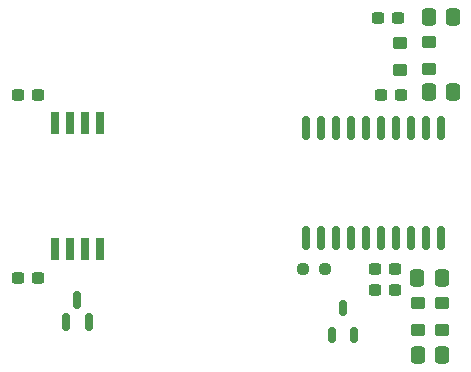
<source format=gtp>
%TF.GenerationSoftware,KiCad,Pcbnew,9.0.7-9.0.7~ubuntu24.04.1*%
%TF.CreationDate,2026-01-13T16:37:34+01:00*%
%TF.ProjectId,can_uart,63616e5f-7561-4727-942e-6b696361645f,1.0*%
%TF.SameCoordinates,Original*%
%TF.FileFunction,Paste,Top*%
%TF.FilePolarity,Positive*%
%FSLAX46Y46*%
G04 Gerber Fmt 4.6, Leading zero omitted, Abs format (unit mm)*
G04 Created by KiCad (PCBNEW 9.0.7-9.0.7~ubuntu24.04.1) date 2026-01-13 16:37:34*
%MOMM*%
%LPD*%
G01*
G04 APERTURE LIST*
G04 Aperture macros list*
%AMRoundRect*
0 Rectangle with rounded corners*
0 $1 Rounding radius*
0 $2 $3 $4 $5 $6 $7 $8 $9 X,Y pos of 4 corners*
0 Add a 4 corners polygon primitive as box body*
4,1,4,$2,$3,$4,$5,$6,$7,$8,$9,$2,$3,0*
0 Add four circle primitives for the rounded corners*
1,1,$1+$1,$2,$3*
1,1,$1+$1,$4,$5*
1,1,$1+$1,$6,$7*
1,1,$1+$1,$8,$9*
0 Add four rect primitives between the rounded corners*
20,1,$1+$1,$2,$3,$4,$5,0*
20,1,$1+$1,$4,$5,$6,$7,0*
20,1,$1+$1,$6,$7,$8,$9,0*
20,1,$1+$1,$8,$9,$2,$3,0*%
G04 Aperture macros list end*
%ADD10RoundRect,0.250000X0.350000X-0.275000X0.350000X0.275000X-0.350000X0.275000X-0.350000X-0.275000X0*%
%ADD11RoundRect,0.250000X-0.337500X-0.475000X0.337500X-0.475000X0.337500X0.475000X-0.337500X0.475000X0*%
%ADD12R,0.650000X1.850000*%
%ADD13RoundRect,0.237500X-0.300000X-0.237500X0.300000X-0.237500X0.300000X0.237500X-0.300000X0.237500X0*%
%ADD14RoundRect,0.150000X0.150000X-0.587500X0.150000X0.587500X-0.150000X0.587500X-0.150000X-0.587500X0*%
%ADD15RoundRect,0.237500X0.300000X0.237500X-0.300000X0.237500X-0.300000X-0.237500X0.300000X-0.237500X0*%
%ADD16RoundRect,0.150000X-0.150000X0.875000X-0.150000X-0.875000X0.150000X-0.875000X0.150000X0.875000X0*%
%ADD17RoundRect,0.237500X-0.250000X-0.237500X0.250000X-0.237500X0.250000X0.237500X-0.250000X0.237500X0*%
%ADD18RoundRect,0.250000X0.337500X0.475000X-0.337500X0.475000X-0.337500X-0.475000X0.337500X-0.475000X0*%
%ADD19RoundRect,0.150000X0.150000X-0.512500X0.150000X0.512500X-0.150000X0.512500X-0.150000X-0.512500X0*%
%ADD20RoundRect,0.250000X-0.350000X0.275000X-0.350000X-0.275000X0.350000X-0.275000X0.350000X0.275000X0*%
G04 APERTURE END LIST*
D10*
%TO.C,FB1*%
X165537500Y-90650000D03*
X165537500Y-88350000D03*
%TD*%
D11*
%TO.C,C3*%
X163500000Y-92750000D03*
X165575000Y-92750000D03*
%TD*%
D12*
%TO.C,IC1*%
X132845000Y-83825000D03*
X134115000Y-83825000D03*
X135385000Y-83825000D03*
X136655000Y-83825000D03*
X136655000Y-73175000D03*
X135385000Y-73175000D03*
X134115000Y-73175000D03*
X132845000Y-73175000D03*
%TD*%
D13*
%TO.C,C9*%
X129637500Y-86250000D03*
X131362500Y-86250000D03*
%TD*%
D14*
%TO.C,D1*%
X133750000Y-90000000D03*
X135650000Y-90000000D03*
X134700000Y-88125000D03*
%TD*%
D15*
%TO.C,C7*%
X161862500Y-64250000D03*
X160137500Y-64250000D03*
%TD*%
D10*
%TO.C,FB4*%
X162000000Y-68650000D03*
X162000000Y-66350000D03*
%TD*%
D16*
%TO.C,U1*%
X165465000Y-73600000D03*
X164195000Y-73600000D03*
X162925000Y-73600000D03*
X161655000Y-73600000D03*
X160385000Y-73600000D03*
X159115000Y-73600000D03*
X157845000Y-73600000D03*
X156575000Y-73600000D03*
X155305000Y-73600000D03*
X154035000Y-73600000D03*
X154035000Y-82900000D03*
X155305000Y-82900000D03*
X156575000Y-82900000D03*
X157845000Y-82900000D03*
X159115000Y-82900000D03*
X160385000Y-82900000D03*
X161655000Y-82900000D03*
X162925000Y-82900000D03*
X164195000Y-82900000D03*
X165465000Y-82900000D03*
%TD*%
D13*
%TO.C,C1*%
X159887500Y-87250000D03*
X161612500Y-87250000D03*
%TD*%
D17*
%TO.C,R1*%
X153837500Y-85500000D03*
X155662500Y-85500000D03*
%TD*%
D15*
%TO.C,C2*%
X161612500Y-85500000D03*
X159887500Y-85500000D03*
%TD*%
D11*
%TO.C,C4*%
X163462500Y-86250000D03*
X165537500Y-86250000D03*
%TD*%
D18*
%TO.C,C5*%
X166537500Y-64150000D03*
X164462500Y-64150000D03*
%TD*%
D11*
%TO.C,C6*%
X164462500Y-70500000D03*
X166537500Y-70500000D03*
%TD*%
D10*
%TO.C,FB3*%
X164500000Y-68550000D03*
X164500000Y-66250000D03*
%TD*%
D19*
%TO.C,D2*%
X156261000Y-91122751D03*
X158161000Y-91122751D03*
X157211000Y-88847751D03*
%TD*%
D15*
%TO.C,C8*%
X162112500Y-70750000D03*
X160387500Y-70750000D03*
%TD*%
D13*
%TO.C,C10*%
X129637500Y-70750000D03*
X131362500Y-70750000D03*
%TD*%
D20*
%TO.C,FB2*%
X163537500Y-88350000D03*
X163537500Y-90650000D03*
%TD*%
M02*

</source>
